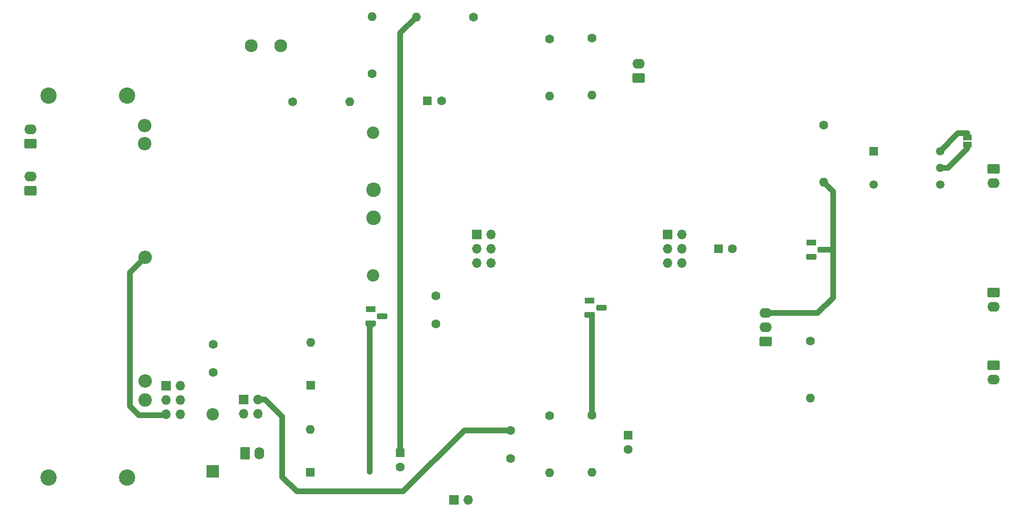
<source format=gbr>
%TF.GenerationSoftware,KiCad,Pcbnew,9.0.0*%
%TF.CreationDate,2026-01-23T13:08:44+00:00*%
%TF.ProjectId,LadybirdRadioUpdated,4c616479-6269-4726-9452-6164696f5570,rev?*%
%TF.SameCoordinates,Original*%
%TF.FileFunction,Copper,L1,Top*%
%TF.FilePolarity,Positive*%
%FSLAX46Y46*%
G04 Gerber Fmt 4.6, Leading zero omitted, Abs format (unit mm)*
G04 Created by KiCad (PCBNEW 9.0.0) date 2026-01-23 13:08:44*
%MOMM*%
%LPD*%
G01*
G04 APERTURE LIST*
G04 Aperture macros list*
%AMRoundRect*
0 Rectangle with rounded corners*
0 $1 Rounding radius*
0 $2 $3 $4 $5 $6 $7 $8 $9 X,Y pos of 4 corners*
0 Add a 4 corners polygon primitive as box body*
4,1,4,$2,$3,$4,$5,$6,$7,$8,$9,$2,$3,0*
0 Add four circle primitives for the rounded corners*
1,1,$1+$1,$2,$3*
1,1,$1+$1,$4,$5*
1,1,$1+$1,$6,$7*
1,1,$1+$1,$8,$9*
0 Add four rect primitives between the rounded corners*
20,1,$1+$1,$2,$3,$4,$5,0*
20,1,$1+$1,$4,$5,$6,$7,0*
20,1,$1+$1,$6,$7,$8,$9,0*
20,1,$1+$1,$8,$9,$2,$3,0*%
G04 Aperture macros list end*
%TA.AperFunction,WasherPad*%
%ADD10C,2.900000*%
%TD*%
%TA.AperFunction,ComponentPad*%
%ADD11C,2.400000*%
%TD*%
%TA.AperFunction,ComponentPad*%
%ADD12O,2.400000X2.400000*%
%TD*%
%TA.AperFunction,ComponentPad*%
%ADD13R,1.600000X1.600000*%
%TD*%
%TA.AperFunction,ComponentPad*%
%ADD14C,1.600000*%
%TD*%
%TA.AperFunction,ComponentPad*%
%ADD15O,1.600000X1.600000*%
%TD*%
%TA.AperFunction,ComponentPad*%
%ADD16R,1.700000X1.700000*%
%TD*%
%TA.AperFunction,ComponentPad*%
%ADD17O,1.700000X1.700000*%
%TD*%
%TA.AperFunction,ComponentPad*%
%ADD18RoundRect,0.250000X0.845000X-0.620000X0.845000X0.620000X-0.845000X0.620000X-0.845000X-0.620000X0*%
%TD*%
%TA.AperFunction,ComponentPad*%
%ADD19O,2.190000X1.740000*%
%TD*%
%TA.AperFunction,SMDPad,CuDef*%
%ADD20R,1.500000X1.000000*%
%TD*%
%TA.AperFunction,ComponentPad*%
%ADD21R,1.800000X1.100000*%
%TD*%
%TA.AperFunction,ComponentPad*%
%ADD22RoundRect,0.275000X-0.625000X0.275000X-0.625000X-0.275000X0.625000X-0.275000X0.625000X0.275000X0*%
%TD*%
%TA.AperFunction,ComponentPad*%
%ADD23RoundRect,0.250000X-0.845000X0.620000X-0.845000X-0.620000X0.845000X-0.620000X0.845000X0.620000X0*%
%TD*%
%TA.AperFunction,ComponentPad*%
%ADD24C,2.300000*%
%TD*%
%TA.AperFunction,ComponentPad*%
%ADD25RoundRect,0.250000X-0.620000X-0.845000X0.620000X-0.845000X0.620000X0.845000X-0.620000X0.845000X0*%
%TD*%
%TA.AperFunction,ComponentPad*%
%ADD26O,1.740000X2.190000*%
%TD*%
%TA.AperFunction,ComponentPad*%
%ADD27R,2.200000X2.200000*%
%TD*%
%TA.AperFunction,ComponentPad*%
%ADD28O,2.200000X2.200000*%
%TD*%
%TA.AperFunction,ComponentPad*%
%ADD29R,1.520000X1.520000*%
%TD*%
%TA.AperFunction,ComponentPad*%
%ADD30C,1.520000*%
%TD*%
%TA.AperFunction,ComponentPad*%
%ADD31C,2.200000*%
%TD*%
%TA.AperFunction,ComponentPad*%
%ADD32C,2.600000*%
%TD*%
%TA.AperFunction,ViaPad*%
%ADD33C,0.600000*%
%TD*%
%TA.AperFunction,Conductor*%
%ADD34C,1.000000*%
%TD*%
G04 APERTURE END LIST*
D10*
%TO.P,L1,*%
%TO.N,*%
X28800000Y-120000000D03*
X42800000Y-120000000D03*
X28800000Y-52000000D03*
X42800000Y-52000000D03*
D11*
%TO.P,L1,1,1*%
%TO.N,Net-(J1-Pin_3)*%
X46000000Y-106200000D03*
D12*
%TO.P,L1,2,2*%
%TO.N,GND*%
X46000000Y-102800000D03*
%TO.P,L1,3,3*%
%TO.N,Net-(J1-Pin_5)*%
X46000000Y-80850000D03*
%TO.P,L1,4,4*%
%TO.N,Net-(J1-Pin_2)*%
X45950000Y-60600000D03*
%TO.P,L1,5,5*%
%TO.N,Net-(C2-Pad1)*%
X45950000Y-57350000D03*
%TD*%
D13*
%TO.P,C5,1*%
%TO.N,Net-(C5-Pad1)*%
X91400000Y-115617621D03*
D14*
%TO.P,C5,2*%
%TO.N,Net-(D2-K)*%
X91400000Y-118117621D03*
%TD*%
%TO.P,R8,1*%
%TO.N,Net-(J5-Pin_2)*%
X166700000Y-57240000D03*
D15*
%TO.P,R8,2*%
%TO.N,Net-(J15-Pin_3)*%
X166700000Y-67400000D03*
%TD*%
D16*
%TO.P,J2,1,Pin_1*%
%TO.N,Net-(D3-K)*%
X63560000Y-106100000D03*
D17*
%TO.P,J2,2,Pin_2*%
%TO.N,Net-(J2-Pin_2)*%
X66100000Y-106100000D03*
%TO.P,J2,3,Pin_3*%
%TO.N,Net-(D3-K)*%
X63560000Y-108640000D03*
%TO.P,J2,4,Pin_4*%
%TO.N,Net-(J13-Pin_2)*%
X66100000Y-108640000D03*
%TD*%
D18*
%TO.P,J14,1,Pin_1*%
%TO.N,Net-(J14-Pin_1)*%
X133820000Y-48870000D03*
D19*
%TO.P,J14,2,Pin_2*%
%TO.N,/+ve*%
X133820000Y-46330000D03*
%TD*%
D18*
%TO.P,J12,1,Pin_1*%
%TO.N,GND*%
X25610000Y-69000000D03*
D19*
%TO.P,J12,2,Pin_2*%
%TO.N,Net-(J1-Pin_5)*%
X25610000Y-66460000D03*
%TD*%
D14*
%TO.P,R1,1*%
%TO.N,Net-(D1-A)*%
X72240000Y-53100000D03*
D15*
%TO.P,R1,2*%
%TO.N,Net-(C4-Pad1)*%
X82400000Y-53100000D03*
%TD*%
D16*
%TO.P,J5,1,Pin_1*%
%TO.N,/+ve*%
X139000000Y-76760000D03*
D17*
%TO.P,J5,2,Pin_2*%
%TO.N,Net-(J5-Pin_2)*%
X141540000Y-76760000D03*
%TO.P,J5,3,Pin_3*%
%TO.N,Net-(J14-Pin_1)*%
X139000000Y-79300000D03*
%TO.P,J5,4,Pin_4*%
%TO.N,Net-(J5-Pin_4)*%
X141540000Y-79300000D03*
%TO.P,J5,5,Pin_5*%
%TO.N,/GND2*%
X139000000Y-81840000D03*
%TO.P,J5,6,Pin_6*%
%TO.N,Net-(J15-Pin_1)*%
X141540000Y-81840000D03*
%TD*%
D20*
%TO.P,JP1,1,A*%
%TO.N,Net-(JP1-A)*%
X192300000Y-59450000D03*
%TO.P,JP1,2,B*%
%TO.N,Net-(J16-Pin_1)*%
X192300000Y-60750000D03*
%TD*%
D21*
%TO.P,Q3,1,C*%
%TO.N,Net-(Q3-C)*%
X164500000Y-78220000D03*
D22*
%TO.P,Q3,2,B*%
%TO.N,Net-(J15-Pin_3)*%
X166570000Y-79490000D03*
%TO.P,Q3,3,E*%
%TO.N,Net-(Q3-E)*%
X164500000Y-80760000D03*
%TD*%
D13*
%TO.P,D2,1,K*%
%TO.N,Net-(D2-K)*%
X75400000Y-119110000D03*
D15*
%TO.P,D2,2,A*%
%TO.N,Net-(D1-K)*%
X75400000Y-111490000D03*
%TD*%
D14*
%TO.P,R6,1*%
%TO.N,/+ve*%
X125500000Y-41820000D03*
D15*
%TO.P,R6,2*%
%TO.N,Net-(J14-Pin_1)*%
X125500000Y-51980000D03*
%TD*%
D14*
%TO.P,R7,1*%
%TO.N,Net-(Q2-E)*%
X125500000Y-108920000D03*
D15*
%TO.P,R7,2*%
%TO.N,/GND2*%
X125500000Y-119080000D03*
%TD*%
D14*
%TO.P,C3,1*%
%TO.N,Net-(J1-Pin_4)*%
X58100000Y-101300000D03*
%TO.P,C3,2*%
%TO.N,Net-(D1-A)*%
X58100000Y-96300000D03*
%TD*%
D23*
%TO.P,J16,1,Pin_1*%
%TO.N,Net-(J16-Pin_1)*%
X196990000Y-65090000D03*
D19*
%TO.P,J16,2,Pin_2*%
%TO.N,Net-(J16-Pin_2)*%
X196990000Y-67630000D03*
%TD*%
D14*
%TO.P,R9,1*%
%TO.N,Net-(Q3-E)*%
X164400000Y-95680000D03*
D15*
%TO.P,R9,2*%
%TO.N,Net-(J15-Pin_1)*%
X164400000Y-105840000D03*
%TD*%
D14*
%TO.P,R2,1*%
%TO.N,Net-(C4-Pad1)*%
X86400000Y-48160000D03*
D15*
%TO.P,R2,2*%
%TO.N,Net-(C5-Pad1)*%
X86400000Y-38000000D03*
%TD*%
D24*
%TO.P,C2,1*%
%TO.N,Net-(C2-Pad1)*%
X64850000Y-43100000D03*
%TO.P,C2,2*%
%TO.N,Net-(Q1-C)*%
X70150000Y-43100000D03*
%TD*%
D14*
%TO.P,C9,1*%
%TO.N,Net-(Q1-C)*%
X97700000Y-87700000D03*
%TO.P,C9,2*%
%TO.N,Net-(D1-K)*%
X97700000Y-92700000D03*
%TD*%
D25*
%TO.P,J13,1,Pin_1*%
%TO.N,GND*%
X63760000Y-115700000D03*
D26*
%TO.P,J13,2,Pin_2*%
%TO.N,Net-(J13-Pin_2)*%
X66300000Y-115700000D03*
%TD*%
D23*
%TO.P,J17,1,Pin_1*%
%TO.N,Net-(J17-Pin_1)*%
X196990000Y-100060000D03*
D19*
%TO.P,J17,2,Pin_2*%
%TO.N,/GND2*%
X196990000Y-102600000D03*
%TD*%
D23*
%TO.P,J18,1,Pin_1*%
%TO.N,/+ve*%
X196990000Y-87060000D03*
D19*
%TO.P,J18,2,Pin_2*%
%TO.N,Net-(J17-Pin_1)*%
X196990000Y-89600000D03*
%TD*%
D21*
%TO.P,Q1,1,C*%
%TO.N,Net-(Q1-C)*%
X86130000Y-90030000D03*
D22*
%TO.P,Q1,2,B*%
%TO.N,Net-(D1-A)*%
X88200000Y-91300000D03*
%TO.P,Q1,3,E*%
%TO.N,Net-(D2-K)*%
X86130000Y-92570000D03*
%TD*%
D14*
%TO.P,C6,1*%
%TO.N,Net-(J2-Pin_2)*%
X111000000Y-111600000D03*
%TO.P,C6,2*%
%TO.N,/GND2*%
X111000000Y-116600000D03*
%TD*%
%TO.P,R4,1*%
%TO.N,/+ve*%
X118000000Y-41940000D03*
D15*
%TO.P,R4,2*%
%TO.N,Net-(J2-Pin_2)*%
X118000000Y-52100000D03*
%TD*%
D14*
%TO.P,R3,1*%
%TO.N,Net-(J4-Pin_1)*%
X104400000Y-38020000D03*
D15*
%TO.P,R3,2*%
%TO.N,Net-(C5-Pad1)*%
X94240000Y-38020000D03*
%TD*%
D27*
%TO.P,D3,1,K*%
%TO.N,Net-(D3-K)*%
X58000000Y-118880000D03*
D28*
%TO.P,D3,2,A*%
%TO.N,Net-(D3-A)*%
X58000000Y-108720000D03*
%TD*%
D16*
%TO.P,J1,1,Pin_1*%
%TO.N,GND*%
X49760000Y-103700000D03*
D17*
%TO.P,J1,2,Pin_2*%
%TO.N,Net-(J1-Pin_2)*%
X52300000Y-103700000D03*
%TO.P,J1,3,Pin_3*%
%TO.N,Net-(J1-Pin_3)*%
X49760000Y-106240000D03*
%TO.P,J1,4,Pin_4*%
%TO.N,Net-(J1-Pin_4)*%
X52300000Y-106240000D03*
%TO.P,J1,5,Pin_5*%
%TO.N,Net-(J1-Pin_5)*%
X49760000Y-108780000D03*
%TO.P,J1,6,Pin_6*%
%TO.N,Net-(D3-A)*%
X52300000Y-108780000D03*
%TD*%
D14*
%TO.P,R5,1*%
%TO.N,Net-(J2-Pin_2)*%
X118000000Y-109040000D03*
D15*
%TO.P,R5,2*%
%TO.N,/GND2*%
X118000000Y-119200000D03*
%TD*%
D13*
%TO.P,D1,1,K*%
%TO.N,Net-(D1-K)*%
X75500000Y-103620000D03*
D15*
%TO.P,D1,2,A*%
%TO.N,Net-(D1-A)*%
X75500000Y-96000000D03*
%TD*%
D29*
%TO.P,T1,1,AA*%
%TO.N,Net-(J5-Pin_2)*%
X175655000Y-61900000D03*
D30*
%TO.P,T1,2,AB*%
%TO.N,Net-(Q3-C)*%
X175655000Y-67900000D03*
%TO.P,T1,3,SA*%
%TO.N,Net-(J16-Pin_2)*%
X187455000Y-67900000D03*
%TO.P,T1,4,SC*%
%TO.N,Net-(J16-Pin_1)*%
X187455000Y-64900000D03*
%TO.P,T1,5,SB*%
%TO.N,Net-(JP1-A)*%
X187455000Y-61900000D03*
%TD*%
D16*
%TO.P,J3,1,Pin_1*%
%TO.N,GND*%
X100960000Y-124000000D03*
D17*
%TO.P,J3,2,Pin_2*%
%TO.N,/GND2*%
X103500000Y-124000000D03*
%TD*%
D13*
%TO.P,C4,1*%
%TO.N,Net-(C4-Pad1)*%
X96217621Y-53000000D03*
D14*
%TO.P,C4,2*%
%TO.N,Net-(J4-Pin_3)*%
X98717621Y-53000000D03*
%TD*%
D21*
%TO.P,Q2,1,C*%
%TO.N,Net-(J14-Pin_1)*%
X125100000Y-88480000D03*
D22*
%TO.P,Q2,2,B*%
%TO.N,Net-(J2-Pin_2)*%
X127170000Y-89750000D03*
%TO.P,Q2,3,E*%
%TO.N,Net-(Q2-E)*%
X125100000Y-91020000D03*
%TD*%
D18*
%TO.P,J15,1,Pin_1*%
%TO.N,Net-(J15-Pin_1)*%
X156400000Y-95840000D03*
D19*
%TO.P,J15,2,Pin_2*%
%TO.N,Net-(J15-Pin_2)*%
X156400000Y-93300000D03*
%TO.P,J15,3,Pin_3*%
%TO.N,Net-(J15-Pin_3)*%
X156400000Y-90760000D03*
%TD*%
D16*
%TO.P,J4,1,Pin_1*%
%TO.N,Net-(J4-Pin_1)*%
X105000000Y-76720000D03*
D17*
%TO.P,J4,2,Pin_2*%
%TO.N,/+ve*%
X107540000Y-76720000D03*
%TO.P,J4,3,Pin_3*%
%TO.N,Net-(J4-Pin_3)*%
X105000000Y-79260000D03*
%TO.P,J4,4,Pin_4*%
%TO.N,Net-(J2-Pin_2)*%
X107540000Y-79260000D03*
%TO.P,J4,5,Pin_5*%
%TO.N,Net-(D2-K)*%
X105000000Y-81800000D03*
%TO.P,J4,6,Pin_6*%
%TO.N,/GND2*%
X107540000Y-81800000D03*
%TD*%
D31*
%TO.P,L3,1,1*%
%TO.N,Net-(C4-Pad1)*%
X86550000Y-58600000D03*
D32*
X86600000Y-68800000D03*
%TO.P,L3,2,2*%
%TO.N,Net-(Q1-C)*%
X86600000Y-73800000D03*
D28*
X86550000Y-84000000D03*
%TD*%
D13*
%TO.P,C7,1*%
%TO.N,Net-(Q2-E)*%
X131900000Y-112500000D03*
D14*
%TO.P,C7,2*%
%TO.N,/GND2*%
X131900000Y-115000000D03*
%TD*%
D13*
%TO.P,C8,1*%
%TO.N,Net-(J5-Pin_4)*%
X148000000Y-79300000D03*
D14*
%TO.P,C8,2*%
%TO.N,Net-(J15-Pin_2)*%
X150500000Y-79300000D03*
%TD*%
D18*
%TO.P,J11,1,Pin_1*%
%TO.N,GND*%
X25610000Y-60600000D03*
D19*
%TO.P,J11,2,Pin_2*%
%TO.N,Net-(J1-Pin_5)*%
X25610000Y-58060000D03*
%TD*%
D33*
%TO.N,Net-(D2-K)*%
X86000000Y-119000000D03*
%TD*%
D34*
%TO.N,Net-(C5-Pad1)*%
X91400000Y-115600000D02*
X91400000Y-40860000D01*
X91400000Y-40860000D02*
X94240000Y-38020000D01*
%TO.N,Net-(Q2-E)*%
X125500000Y-108920000D02*
X125500000Y-91499264D01*
%TO.N,Net-(J2-Pin_2)*%
X102800000Y-111600000D02*
X91900000Y-122500000D01*
X70400000Y-109197919D02*
X67302081Y-106100000D01*
X111000000Y-111600000D02*
X102800000Y-111600000D01*
X70400000Y-119900000D02*
X70400000Y-109197919D01*
X73000000Y-122500000D02*
X70400000Y-119900000D01*
X67302081Y-106100000D02*
X66100000Y-106100000D01*
X91900000Y-122500000D02*
X73000000Y-122500000D01*
%TO.N,Net-(D2-K)*%
X86000000Y-119000000D02*
X86000000Y-93100000D01*
X86000000Y-93100000D02*
X86290368Y-92809632D01*
%TO.N,Net-(J1-Pin_5)*%
X43299000Y-83551000D02*
X43299000Y-107318791D01*
X46000000Y-80850000D02*
X43299000Y-83551000D01*
X44881209Y-108901000D02*
X49699000Y-108901000D01*
X49699000Y-108901000D02*
X49860000Y-108740000D01*
X43299000Y-107318791D02*
X44881209Y-108901000D01*
%TO.N,Net-(J15-Pin_3)*%
X156400000Y-90760000D02*
X165640000Y-90760000D01*
X168400000Y-79500000D02*
X168390000Y-79490000D01*
X168390000Y-79490000D02*
X166901000Y-79490000D01*
X166700000Y-67400000D02*
X168390000Y-69090000D01*
X168390000Y-69090000D02*
X168390000Y-79490000D01*
X168400000Y-88000000D02*
X168400000Y-79500000D01*
X165640000Y-90760000D02*
X168400000Y-88000000D01*
%TO.N,Net-(J16-Pin_1)*%
X188851000Y-64900000D02*
X192300000Y-61451000D01*
X187455000Y-64900000D02*
X188851000Y-64900000D01*
%TO.N,Net-(JP1-A)*%
X187455000Y-61900000D02*
X190606000Y-58749000D01*
X190606000Y-58749000D02*
X192300000Y-58749000D01*
%TD*%
M02*

</source>
